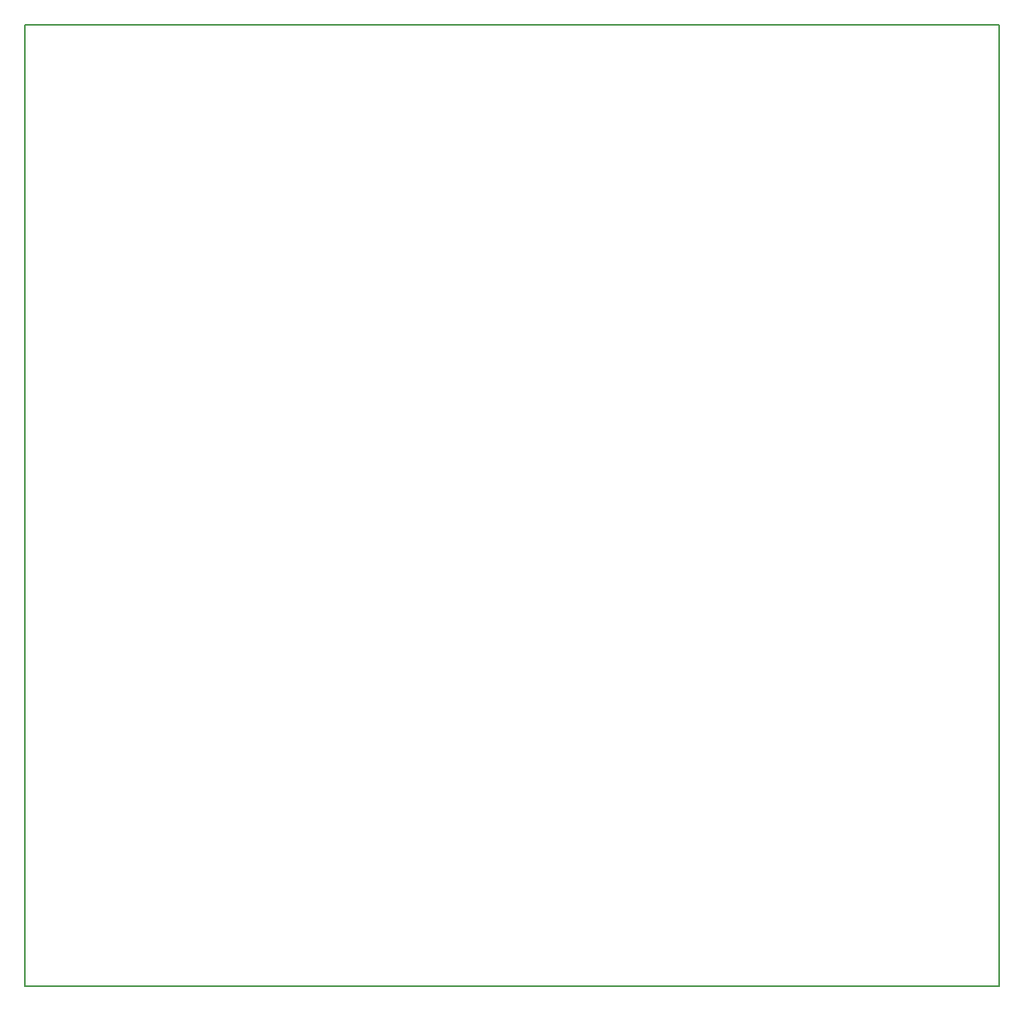
<source format=gbr>
G04 #@! TF.GenerationSoftware,KiCad,Pcbnew,(5.0.0-rc2-dev-444-g2974a2c10)*
G04 #@! TF.CreationDate,2018-07-07T21:15:36+02:00*
G04 #@! TF.ProjectId,propellor dev board,70726F70656C6C6F722064657620626F,rev?*
G04 #@! TF.SameCoordinates,Original*
G04 #@! TF.FileFunction,Profile,NP*
%FSLAX46Y46*%
G04 Gerber Fmt 4.6, Leading zero omitted, Abs format (unit mm)*
G04 Created by KiCad (PCBNEW (5.0.0-rc2-dev-444-g2974a2c10)) date 07/07/18 21:15:36*
%MOMM*%
%LPD*%
G01*
G04 APERTURE LIST*
%ADD10C,0.150000*%
G04 APERTURE END LIST*
D10*
X100330000Y-127000000D02*
X101600000Y-127000000D01*
X100330000Y-25400000D02*
X100330000Y-127000000D01*
X203200000Y-25400000D02*
X100330000Y-25400000D01*
X203200000Y-127000000D02*
X203200000Y-25400000D01*
X101600000Y-127000000D02*
X203200000Y-127000000D01*
M02*

</source>
